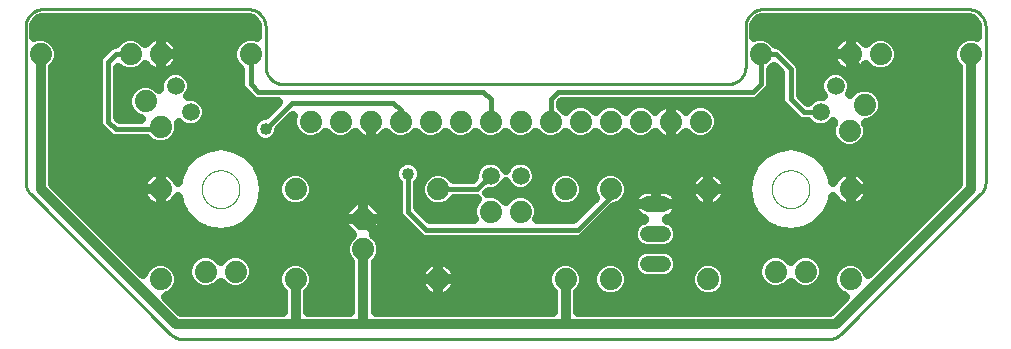
<source format=gbl>
G75*
%MOIN*%
%OFA0B0*%
%FSLAX25Y25*%
%IPPOS*%
%LPD*%
%AMOC8*
5,1,8,0,0,1.08239X$1,22.5*
%
%ADD10C,0.00000*%
%ADD11C,0.01000*%
%ADD12OC8,0.07400*%
%ADD13C,0.07400*%
%ADD14C,0.05200*%
%ADD15C,0.05937*%
%ADD16C,0.01600*%
%ADD17C,0.04000*%
%ADD18C,0.03200*%
D10*
X0063801Y0055100D02*
X0063803Y0055258D01*
X0063809Y0055416D01*
X0063819Y0055574D01*
X0063833Y0055732D01*
X0063851Y0055889D01*
X0063872Y0056046D01*
X0063898Y0056202D01*
X0063928Y0056358D01*
X0063961Y0056513D01*
X0063999Y0056666D01*
X0064040Y0056819D01*
X0064085Y0056971D01*
X0064134Y0057122D01*
X0064187Y0057271D01*
X0064243Y0057419D01*
X0064303Y0057565D01*
X0064367Y0057710D01*
X0064435Y0057853D01*
X0064506Y0057995D01*
X0064580Y0058135D01*
X0064658Y0058272D01*
X0064740Y0058408D01*
X0064824Y0058542D01*
X0064913Y0058673D01*
X0065004Y0058802D01*
X0065099Y0058929D01*
X0065196Y0059054D01*
X0065297Y0059176D01*
X0065401Y0059295D01*
X0065508Y0059412D01*
X0065618Y0059526D01*
X0065731Y0059637D01*
X0065846Y0059746D01*
X0065964Y0059851D01*
X0066085Y0059953D01*
X0066208Y0060053D01*
X0066334Y0060149D01*
X0066462Y0060242D01*
X0066592Y0060332D01*
X0066725Y0060418D01*
X0066860Y0060502D01*
X0066996Y0060581D01*
X0067135Y0060658D01*
X0067276Y0060730D01*
X0067418Y0060800D01*
X0067562Y0060865D01*
X0067708Y0060927D01*
X0067855Y0060985D01*
X0068004Y0061040D01*
X0068154Y0061091D01*
X0068305Y0061138D01*
X0068457Y0061181D01*
X0068610Y0061220D01*
X0068765Y0061256D01*
X0068920Y0061287D01*
X0069076Y0061315D01*
X0069232Y0061339D01*
X0069389Y0061359D01*
X0069547Y0061375D01*
X0069704Y0061387D01*
X0069863Y0061395D01*
X0070021Y0061399D01*
X0070179Y0061399D01*
X0070337Y0061395D01*
X0070496Y0061387D01*
X0070653Y0061375D01*
X0070811Y0061359D01*
X0070968Y0061339D01*
X0071124Y0061315D01*
X0071280Y0061287D01*
X0071435Y0061256D01*
X0071590Y0061220D01*
X0071743Y0061181D01*
X0071895Y0061138D01*
X0072046Y0061091D01*
X0072196Y0061040D01*
X0072345Y0060985D01*
X0072492Y0060927D01*
X0072638Y0060865D01*
X0072782Y0060800D01*
X0072924Y0060730D01*
X0073065Y0060658D01*
X0073204Y0060581D01*
X0073340Y0060502D01*
X0073475Y0060418D01*
X0073608Y0060332D01*
X0073738Y0060242D01*
X0073866Y0060149D01*
X0073992Y0060053D01*
X0074115Y0059953D01*
X0074236Y0059851D01*
X0074354Y0059746D01*
X0074469Y0059637D01*
X0074582Y0059526D01*
X0074692Y0059412D01*
X0074799Y0059295D01*
X0074903Y0059176D01*
X0075004Y0059054D01*
X0075101Y0058929D01*
X0075196Y0058802D01*
X0075287Y0058673D01*
X0075376Y0058542D01*
X0075460Y0058408D01*
X0075542Y0058272D01*
X0075620Y0058135D01*
X0075694Y0057995D01*
X0075765Y0057853D01*
X0075833Y0057710D01*
X0075897Y0057565D01*
X0075957Y0057419D01*
X0076013Y0057271D01*
X0076066Y0057122D01*
X0076115Y0056971D01*
X0076160Y0056819D01*
X0076201Y0056666D01*
X0076239Y0056513D01*
X0076272Y0056358D01*
X0076302Y0056202D01*
X0076328Y0056046D01*
X0076349Y0055889D01*
X0076367Y0055732D01*
X0076381Y0055574D01*
X0076391Y0055416D01*
X0076397Y0055258D01*
X0076399Y0055100D01*
X0076397Y0054942D01*
X0076391Y0054784D01*
X0076381Y0054626D01*
X0076367Y0054468D01*
X0076349Y0054311D01*
X0076328Y0054154D01*
X0076302Y0053998D01*
X0076272Y0053842D01*
X0076239Y0053687D01*
X0076201Y0053534D01*
X0076160Y0053381D01*
X0076115Y0053229D01*
X0076066Y0053078D01*
X0076013Y0052929D01*
X0075957Y0052781D01*
X0075897Y0052635D01*
X0075833Y0052490D01*
X0075765Y0052347D01*
X0075694Y0052205D01*
X0075620Y0052065D01*
X0075542Y0051928D01*
X0075460Y0051792D01*
X0075376Y0051658D01*
X0075287Y0051527D01*
X0075196Y0051398D01*
X0075101Y0051271D01*
X0075004Y0051146D01*
X0074903Y0051024D01*
X0074799Y0050905D01*
X0074692Y0050788D01*
X0074582Y0050674D01*
X0074469Y0050563D01*
X0074354Y0050454D01*
X0074236Y0050349D01*
X0074115Y0050247D01*
X0073992Y0050147D01*
X0073866Y0050051D01*
X0073738Y0049958D01*
X0073608Y0049868D01*
X0073475Y0049782D01*
X0073340Y0049698D01*
X0073204Y0049619D01*
X0073065Y0049542D01*
X0072924Y0049470D01*
X0072782Y0049400D01*
X0072638Y0049335D01*
X0072492Y0049273D01*
X0072345Y0049215D01*
X0072196Y0049160D01*
X0072046Y0049109D01*
X0071895Y0049062D01*
X0071743Y0049019D01*
X0071590Y0048980D01*
X0071435Y0048944D01*
X0071280Y0048913D01*
X0071124Y0048885D01*
X0070968Y0048861D01*
X0070811Y0048841D01*
X0070653Y0048825D01*
X0070496Y0048813D01*
X0070337Y0048805D01*
X0070179Y0048801D01*
X0070021Y0048801D01*
X0069863Y0048805D01*
X0069704Y0048813D01*
X0069547Y0048825D01*
X0069389Y0048841D01*
X0069232Y0048861D01*
X0069076Y0048885D01*
X0068920Y0048913D01*
X0068765Y0048944D01*
X0068610Y0048980D01*
X0068457Y0049019D01*
X0068305Y0049062D01*
X0068154Y0049109D01*
X0068004Y0049160D01*
X0067855Y0049215D01*
X0067708Y0049273D01*
X0067562Y0049335D01*
X0067418Y0049400D01*
X0067276Y0049470D01*
X0067135Y0049542D01*
X0066996Y0049619D01*
X0066860Y0049698D01*
X0066725Y0049782D01*
X0066592Y0049868D01*
X0066462Y0049958D01*
X0066334Y0050051D01*
X0066208Y0050147D01*
X0066085Y0050247D01*
X0065964Y0050349D01*
X0065846Y0050454D01*
X0065731Y0050563D01*
X0065618Y0050674D01*
X0065508Y0050788D01*
X0065401Y0050905D01*
X0065297Y0051024D01*
X0065196Y0051146D01*
X0065099Y0051271D01*
X0065004Y0051398D01*
X0064913Y0051527D01*
X0064824Y0051658D01*
X0064740Y0051792D01*
X0064658Y0051928D01*
X0064580Y0052065D01*
X0064506Y0052205D01*
X0064435Y0052347D01*
X0064367Y0052490D01*
X0064303Y0052635D01*
X0064243Y0052781D01*
X0064187Y0052929D01*
X0064134Y0053078D01*
X0064085Y0053229D01*
X0064040Y0053381D01*
X0063999Y0053534D01*
X0063961Y0053687D01*
X0063928Y0053842D01*
X0063898Y0053998D01*
X0063872Y0054154D01*
X0063851Y0054311D01*
X0063833Y0054468D01*
X0063819Y0054626D01*
X0063809Y0054784D01*
X0063803Y0054942D01*
X0063801Y0055100D01*
X0253801Y0055100D02*
X0253803Y0055258D01*
X0253809Y0055416D01*
X0253819Y0055574D01*
X0253833Y0055732D01*
X0253851Y0055889D01*
X0253872Y0056046D01*
X0253898Y0056202D01*
X0253928Y0056358D01*
X0253961Y0056513D01*
X0253999Y0056666D01*
X0254040Y0056819D01*
X0254085Y0056971D01*
X0254134Y0057122D01*
X0254187Y0057271D01*
X0254243Y0057419D01*
X0254303Y0057565D01*
X0254367Y0057710D01*
X0254435Y0057853D01*
X0254506Y0057995D01*
X0254580Y0058135D01*
X0254658Y0058272D01*
X0254740Y0058408D01*
X0254824Y0058542D01*
X0254913Y0058673D01*
X0255004Y0058802D01*
X0255099Y0058929D01*
X0255196Y0059054D01*
X0255297Y0059176D01*
X0255401Y0059295D01*
X0255508Y0059412D01*
X0255618Y0059526D01*
X0255731Y0059637D01*
X0255846Y0059746D01*
X0255964Y0059851D01*
X0256085Y0059953D01*
X0256208Y0060053D01*
X0256334Y0060149D01*
X0256462Y0060242D01*
X0256592Y0060332D01*
X0256725Y0060418D01*
X0256860Y0060502D01*
X0256996Y0060581D01*
X0257135Y0060658D01*
X0257276Y0060730D01*
X0257418Y0060800D01*
X0257562Y0060865D01*
X0257708Y0060927D01*
X0257855Y0060985D01*
X0258004Y0061040D01*
X0258154Y0061091D01*
X0258305Y0061138D01*
X0258457Y0061181D01*
X0258610Y0061220D01*
X0258765Y0061256D01*
X0258920Y0061287D01*
X0259076Y0061315D01*
X0259232Y0061339D01*
X0259389Y0061359D01*
X0259547Y0061375D01*
X0259704Y0061387D01*
X0259863Y0061395D01*
X0260021Y0061399D01*
X0260179Y0061399D01*
X0260337Y0061395D01*
X0260496Y0061387D01*
X0260653Y0061375D01*
X0260811Y0061359D01*
X0260968Y0061339D01*
X0261124Y0061315D01*
X0261280Y0061287D01*
X0261435Y0061256D01*
X0261590Y0061220D01*
X0261743Y0061181D01*
X0261895Y0061138D01*
X0262046Y0061091D01*
X0262196Y0061040D01*
X0262345Y0060985D01*
X0262492Y0060927D01*
X0262638Y0060865D01*
X0262782Y0060800D01*
X0262924Y0060730D01*
X0263065Y0060658D01*
X0263204Y0060581D01*
X0263340Y0060502D01*
X0263475Y0060418D01*
X0263608Y0060332D01*
X0263738Y0060242D01*
X0263866Y0060149D01*
X0263992Y0060053D01*
X0264115Y0059953D01*
X0264236Y0059851D01*
X0264354Y0059746D01*
X0264469Y0059637D01*
X0264582Y0059526D01*
X0264692Y0059412D01*
X0264799Y0059295D01*
X0264903Y0059176D01*
X0265004Y0059054D01*
X0265101Y0058929D01*
X0265196Y0058802D01*
X0265287Y0058673D01*
X0265376Y0058542D01*
X0265460Y0058408D01*
X0265542Y0058272D01*
X0265620Y0058135D01*
X0265694Y0057995D01*
X0265765Y0057853D01*
X0265833Y0057710D01*
X0265897Y0057565D01*
X0265957Y0057419D01*
X0266013Y0057271D01*
X0266066Y0057122D01*
X0266115Y0056971D01*
X0266160Y0056819D01*
X0266201Y0056666D01*
X0266239Y0056513D01*
X0266272Y0056358D01*
X0266302Y0056202D01*
X0266328Y0056046D01*
X0266349Y0055889D01*
X0266367Y0055732D01*
X0266381Y0055574D01*
X0266391Y0055416D01*
X0266397Y0055258D01*
X0266399Y0055100D01*
X0266397Y0054942D01*
X0266391Y0054784D01*
X0266381Y0054626D01*
X0266367Y0054468D01*
X0266349Y0054311D01*
X0266328Y0054154D01*
X0266302Y0053998D01*
X0266272Y0053842D01*
X0266239Y0053687D01*
X0266201Y0053534D01*
X0266160Y0053381D01*
X0266115Y0053229D01*
X0266066Y0053078D01*
X0266013Y0052929D01*
X0265957Y0052781D01*
X0265897Y0052635D01*
X0265833Y0052490D01*
X0265765Y0052347D01*
X0265694Y0052205D01*
X0265620Y0052065D01*
X0265542Y0051928D01*
X0265460Y0051792D01*
X0265376Y0051658D01*
X0265287Y0051527D01*
X0265196Y0051398D01*
X0265101Y0051271D01*
X0265004Y0051146D01*
X0264903Y0051024D01*
X0264799Y0050905D01*
X0264692Y0050788D01*
X0264582Y0050674D01*
X0264469Y0050563D01*
X0264354Y0050454D01*
X0264236Y0050349D01*
X0264115Y0050247D01*
X0263992Y0050147D01*
X0263866Y0050051D01*
X0263738Y0049958D01*
X0263608Y0049868D01*
X0263475Y0049782D01*
X0263340Y0049698D01*
X0263204Y0049619D01*
X0263065Y0049542D01*
X0262924Y0049470D01*
X0262782Y0049400D01*
X0262638Y0049335D01*
X0262492Y0049273D01*
X0262345Y0049215D01*
X0262196Y0049160D01*
X0262046Y0049109D01*
X0261895Y0049062D01*
X0261743Y0049019D01*
X0261590Y0048980D01*
X0261435Y0048944D01*
X0261280Y0048913D01*
X0261124Y0048885D01*
X0260968Y0048861D01*
X0260811Y0048841D01*
X0260653Y0048825D01*
X0260496Y0048813D01*
X0260337Y0048805D01*
X0260179Y0048801D01*
X0260021Y0048801D01*
X0259863Y0048805D01*
X0259704Y0048813D01*
X0259547Y0048825D01*
X0259389Y0048841D01*
X0259232Y0048861D01*
X0259076Y0048885D01*
X0258920Y0048913D01*
X0258765Y0048944D01*
X0258610Y0048980D01*
X0258457Y0049019D01*
X0258305Y0049062D01*
X0258154Y0049109D01*
X0258004Y0049160D01*
X0257855Y0049215D01*
X0257708Y0049273D01*
X0257562Y0049335D01*
X0257418Y0049400D01*
X0257276Y0049470D01*
X0257135Y0049542D01*
X0256996Y0049619D01*
X0256860Y0049698D01*
X0256725Y0049782D01*
X0256592Y0049868D01*
X0256462Y0049958D01*
X0256334Y0050051D01*
X0256208Y0050147D01*
X0256085Y0050247D01*
X0255964Y0050349D01*
X0255846Y0050454D01*
X0255731Y0050563D01*
X0255618Y0050674D01*
X0255508Y0050788D01*
X0255401Y0050905D01*
X0255297Y0051024D01*
X0255196Y0051146D01*
X0255099Y0051271D01*
X0255004Y0051398D01*
X0254913Y0051527D01*
X0254824Y0051658D01*
X0254740Y0051792D01*
X0254658Y0051928D01*
X0254580Y0052065D01*
X0254506Y0052205D01*
X0254435Y0052347D01*
X0254367Y0052490D01*
X0254303Y0052635D01*
X0254243Y0052781D01*
X0254187Y0052929D01*
X0254134Y0053078D01*
X0254085Y0053229D01*
X0254040Y0053381D01*
X0253999Y0053534D01*
X0253961Y0053687D01*
X0253928Y0053842D01*
X0253898Y0053998D01*
X0253872Y0054154D01*
X0253851Y0054311D01*
X0253833Y0054468D01*
X0253819Y0054626D01*
X0253809Y0054784D01*
X0253803Y0054942D01*
X0253801Y0055100D01*
D11*
X0053370Y0006830D02*
X0006830Y0053370D01*
X0005100Y0057546D02*
X0005100Y0109194D01*
X0005102Y0109346D01*
X0005108Y0109498D01*
X0005118Y0109650D01*
X0005131Y0109801D01*
X0005149Y0109952D01*
X0005170Y0110103D01*
X0005196Y0110253D01*
X0005225Y0110402D01*
X0005258Y0110551D01*
X0005295Y0110698D01*
X0005335Y0110845D01*
X0005380Y0110990D01*
X0005428Y0111134D01*
X0005480Y0111277D01*
X0005535Y0111419D01*
X0005594Y0111559D01*
X0005657Y0111698D01*
X0005723Y0111835D01*
X0005793Y0111970D01*
X0005866Y0112103D01*
X0005943Y0112234D01*
X0006023Y0112364D01*
X0006106Y0112491D01*
X0006192Y0112616D01*
X0006282Y0112739D01*
X0006375Y0112859D01*
X0006471Y0112977D01*
X0006570Y0113093D01*
X0006672Y0113206D01*
X0006776Y0113316D01*
X0006884Y0113424D01*
X0006994Y0113528D01*
X0007107Y0113630D01*
X0007223Y0113729D01*
X0007341Y0113825D01*
X0007461Y0113918D01*
X0007584Y0114008D01*
X0007709Y0114094D01*
X0007836Y0114177D01*
X0007966Y0114257D01*
X0008097Y0114334D01*
X0008230Y0114407D01*
X0008365Y0114477D01*
X0008502Y0114543D01*
X0008641Y0114606D01*
X0008781Y0114665D01*
X0008923Y0114720D01*
X0009066Y0114772D01*
X0009210Y0114820D01*
X0009355Y0114865D01*
X0009502Y0114905D01*
X0009649Y0114942D01*
X0009798Y0114975D01*
X0009947Y0115004D01*
X0010097Y0115030D01*
X0010248Y0115051D01*
X0010399Y0115069D01*
X0010550Y0115082D01*
X0010702Y0115092D01*
X0010854Y0115098D01*
X0011006Y0115100D01*
X0079194Y0115100D01*
X0079346Y0115098D01*
X0079498Y0115092D01*
X0079650Y0115082D01*
X0079801Y0115069D01*
X0079952Y0115051D01*
X0080103Y0115030D01*
X0080253Y0115004D01*
X0080402Y0114975D01*
X0080551Y0114942D01*
X0080698Y0114905D01*
X0080845Y0114865D01*
X0080990Y0114820D01*
X0081134Y0114772D01*
X0081277Y0114720D01*
X0081419Y0114665D01*
X0081559Y0114606D01*
X0081698Y0114543D01*
X0081835Y0114477D01*
X0081970Y0114407D01*
X0082103Y0114334D01*
X0082234Y0114257D01*
X0082364Y0114177D01*
X0082491Y0114094D01*
X0082616Y0114008D01*
X0082739Y0113918D01*
X0082859Y0113825D01*
X0082977Y0113729D01*
X0083093Y0113630D01*
X0083206Y0113528D01*
X0083316Y0113424D01*
X0083424Y0113316D01*
X0083528Y0113206D01*
X0083630Y0113093D01*
X0083729Y0112977D01*
X0083825Y0112859D01*
X0083918Y0112739D01*
X0084008Y0112616D01*
X0084094Y0112491D01*
X0084177Y0112364D01*
X0084257Y0112234D01*
X0084334Y0112103D01*
X0084407Y0111970D01*
X0084477Y0111835D01*
X0084543Y0111698D01*
X0084606Y0111559D01*
X0084665Y0111419D01*
X0084720Y0111277D01*
X0084772Y0111134D01*
X0084820Y0110990D01*
X0084865Y0110845D01*
X0084905Y0110698D01*
X0084942Y0110551D01*
X0084975Y0110402D01*
X0085004Y0110253D01*
X0085030Y0110103D01*
X0085051Y0109952D01*
X0085069Y0109801D01*
X0085082Y0109650D01*
X0085092Y0109498D01*
X0085098Y0109346D01*
X0085100Y0109194D01*
X0085100Y0096006D01*
X0085102Y0095854D01*
X0085108Y0095702D01*
X0085118Y0095550D01*
X0085131Y0095399D01*
X0085149Y0095248D01*
X0085170Y0095097D01*
X0085196Y0094947D01*
X0085225Y0094798D01*
X0085258Y0094649D01*
X0085295Y0094502D01*
X0085335Y0094355D01*
X0085380Y0094210D01*
X0085428Y0094066D01*
X0085480Y0093923D01*
X0085535Y0093781D01*
X0085594Y0093641D01*
X0085657Y0093502D01*
X0085723Y0093365D01*
X0085793Y0093230D01*
X0085866Y0093097D01*
X0085943Y0092966D01*
X0086023Y0092836D01*
X0086106Y0092709D01*
X0086192Y0092584D01*
X0086282Y0092461D01*
X0086375Y0092341D01*
X0086471Y0092223D01*
X0086570Y0092107D01*
X0086672Y0091994D01*
X0086776Y0091884D01*
X0086884Y0091776D01*
X0086994Y0091672D01*
X0087107Y0091570D01*
X0087223Y0091471D01*
X0087341Y0091375D01*
X0087461Y0091282D01*
X0087584Y0091192D01*
X0087709Y0091106D01*
X0087836Y0091023D01*
X0087966Y0090943D01*
X0088097Y0090866D01*
X0088230Y0090793D01*
X0088365Y0090723D01*
X0088502Y0090657D01*
X0088641Y0090594D01*
X0088781Y0090535D01*
X0088923Y0090480D01*
X0089066Y0090428D01*
X0089210Y0090380D01*
X0089355Y0090335D01*
X0089502Y0090295D01*
X0089649Y0090258D01*
X0089798Y0090225D01*
X0089947Y0090196D01*
X0090097Y0090170D01*
X0090248Y0090149D01*
X0090399Y0090131D01*
X0090550Y0090118D01*
X0090702Y0090108D01*
X0090854Y0090102D01*
X0091006Y0090100D01*
X0239194Y0090100D01*
X0239346Y0090102D01*
X0239498Y0090108D01*
X0239650Y0090118D01*
X0239801Y0090131D01*
X0239952Y0090149D01*
X0240103Y0090170D01*
X0240253Y0090196D01*
X0240402Y0090225D01*
X0240551Y0090258D01*
X0240698Y0090295D01*
X0240845Y0090335D01*
X0240990Y0090380D01*
X0241134Y0090428D01*
X0241277Y0090480D01*
X0241419Y0090535D01*
X0241559Y0090594D01*
X0241698Y0090657D01*
X0241835Y0090723D01*
X0241970Y0090793D01*
X0242103Y0090866D01*
X0242234Y0090943D01*
X0242364Y0091023D01*
X0242491Y0091106D01*
X0242616Y0091192D01*
X0242739Y0091282D01*
X0242859Y0091375D01*
X0242977Y0091471D01*
X0243093Y0091570D01*
X0243206Y0091672D01*
X0243316Y0091776D01*
X0243424Y0091884D01*
X0243528Y0091994D01*
X0243630Y0092107D01*
X0243729Y0092223D01*
X0243825Y0092341D01*
X0243918Y0092461D01*
X0244008Y0092584D01*
X0244094Y0092709D01*
X0244177Y0092836D01*
X0244257Y0092966D01*
X0244334Y0093097D01*
X0244407Y0093230D01*
X0244477Y0093365D01*
X0244543Y0093502D01*
X0244606Y0093641D01*
X0244665Y0093781D01*
X0244720Y0093923D01*
X0244772Y0094066D01*
X0244820Y0094210D01*
X0244865Y0094355D01*
X0244905Y0094502D01*
X0244942Y0094649D01*
X0244975Y0094798D01*
X0245004Y0094947D01*
X0245030Y0095097D01*
X0245051Y0095248D01*
X0245069Y0095399D01*
X0245082Y0095550D01*
X0245092Y0095702D01*
X0245098Y0095854D01*
X0245100Y0096006D01*
X0245100Y0109194D01*
X0245102Y0109346D01*
X0245108Y0109498D01*
X0245118Y0109650D01*
X0245131Y0109801D01*
X0245149Y0109952D01*
X0245170Y0110103D01*
X0245196Y0110253D01*
X0245225Y0110402D01*
X0245258Y0110551D01*
X0245295Y0110698D01*
X0245335Y0110845D01*
X0245380Y0110990D01*
X0245428Y0111134D01*
X0245480Y0111277D01*
X0245535Y0111419D01*
X0245594Y0111559D01*
X0245657Y0111698D01*
X0245723Y0111835D01*
X0245793Y0111970D01*
X0245866Y0112103D01*
X0245943Y0112234D01*
X0246023Y0112364D01*
X0246106Y0112491D01*
X0246192Y0112616D01*
X0246282Y0112739D01*
X0246375Y0112859D01*
X0246471Y0112977D01*
X0246570Y0113093D01*
X0246672Y0113206D01*
X0246776Y0113316D01*
X0246884Y0113424D01*
X0246994Y0113528D01*
X0247107Y0113630D01*
X0247223Y0113729D01*
X0247341Y0113825D01*
X0247461Y0113918D01*
X0247584Y0114008D01*
X0247709Y0114094D01*
X0247836Y0114177D01*
X0247966Y0114257D01*
X0248097Y0114334D01*
X0248230Y0114407D01*
X0248365Y0114477D01*
X0248502Y0114543D01*
X0248641Y0114606D01*
X0248781Y0114665D01*
X0248923Y0114720D01*
X0249066Y0114772D01*
X0249210Y0114820D01*
X0249355Y0114865D01*
X0249502Y0114905D01*
X0249649Y0114942D01*
X0249798Y0114975D01*
X0249947Y0115004D01*
X0250097Y0115030D01*
X0250248Y0115051D01*
X0250399Y0115069D01*
X0250550Y0115082D01*
X0250702Y0115092D01*
X0250854Y0115098D01*
X0251006Y0115100D01*
X0319194Y0115100D01*
X0319346Y0115098D01*
X0319498Y0115092D01*
X0319650Y0115082D01*
X0319801Y0115069D01*
X0319952Y0115051D01*
X0320103Y0115030D01*
X0320253Y0115004D01*
X0320402Y0114975D01*
X0320551Y0114942D01*
X0320698Y0114905D01*
X0320845Y0114865D01*
X0320990Y0114820D01*
X0321134Y0114772D01*
X0321277Y0114720D01*
X0321419Y0114665D01*
X0321559Y0114606D01*
X0321698Y0114543D01*
X0321835Y0114477D01*
X0321970Y0114407D01*
X0322103Y0114334D01*
X0322234Y0114257D01*
X0322364Y0114177D01*
X0322491Y0114094D01*
X0322616Y0114008D01*
X0322739Y0113918D01*
X0322859Y0113825D01*
X0322977Y0113729D01*
X0323093Y0113630D01*
X0323206Y0113528D01*
X0323316Y0113424D01*
X0323424Y0113316D01*
X0323528Y0113206D01*
X0323630Y0113093D01*
X0323729Y0112977D01*
X0323825Y0112859D01*
X0323918Y0112739D01*
X0324008Y0112616D01*
X0324094Y0112491D01*
X0324177Y0112364D01*
X0324257Y0112234D01*
X0324334Y0112103D01*
X0324407Y0111970D01*
X0324477Y0111835D01*
X0324543Y0111698D01*
X0324606Y0111559D01*
X0324665Y0111419D01*
X0324720Y0111277D01*
X0324772Y0111134D01*
X0324820Y0110990D01*
X0324865Y0110845D01*
X0324905Y0110698D01*
X0324942Y0110551D01*
X0324975Y0110402D01*
X0325004Y0110253D01*
X0325030Y0110103D01*
X0325051Y0109952D01*
X0325069Y0109801D01*
X0325082Y0109650D01*
X0325092Y0109498D01*
X0325098Y0109346D01*
X0325100Y0109194D01*
X0325100Y0057546D01*
X0325098Y0057396D01*
X0325092Y0057247D01*
X0325083Y0057098D01*
X0325070Y0056949D01*
X0325053Y0056800D01*
X0325032Y0056652D01*
X0325007Y0056504D01*
X0324979Y0056357D01*
X0324947Y0056211D01*
X0324911Y0056066D01*
X0324872Y0055921D01*
X0324829Y0055778D01*
X0324783Y0055636D01*
X0324732Y0055495D01*
X0324679Y0055355D01*
X0324621Y0055217D01*
X0324561Y0055080D01*
X0324496Y0054945D01*
X0324429Y0054812D01*
X0324358Y0054680D01*
X0324284Y0054550D01*
X0324206Y0054422D01*
X0324125Y0054296D01*
X0324041Y0054172D01*
X0323954Y0054050D01*
X0323864Y0053931D01*
X0323771Y0053814D01*
X0323675Y0053699D01*
X0323576Y0053587D01*
X0323475Y0053477D01*
X0323370Y0053370D01*
X0276830Y0006830D01*
X0272654Y0005100D02*
X0057546Y0005100D01*
X0057396Y0005102D01*
X0057247Y0005108D01*
X0057098Y0005117D01*
X0056949Y0005130D01*
X0056800Y0005147D01*
X0056652Y0005168D01*
X0056504Y0005193D01*
X0056357Y0005221D01*
X0056211Y0005253D01*
X0056066Y0005289D01*
X0055921Y0005328D01*
X0055778Y0005371D01*
X0055636Y0005417D01*
X0055495Y0005468D01*
X0055355Y0005521D01*
X0055217Y0005579D01*
X0055080Y0005639D01*
X0054945Y0005704D01*
X0054812Y0005771D01*
X0054680Y0005842D01*
X0054550Y0005916D01*
X0054422Y0005994D01*
X0054296Y0006075D01*
X0054172Y0006159D01*
X0054050Y0006246D01*
X0053931Y0006336D01*
X0053814Y0006429D01*
X0053699Y0006525D01*
X0053587Y0006624D01*
X0053477Y0006725D01*
X0053370Y0006830D01*
X0006829Y0053370D02*
X0006724Y0053477D01*
X0006623Y0053587D01*
X0006524Y0053699D01*
X0006428Y0053814D01*
X0006335Y0053931D01*
X0006245Y0054050D01*
X0006158Y0054172D01*
X0006074Y0054296D01*
X0005993Y0054422D01*
X0005915Y0054550D01*
X0005841Y0054680D01*
X0005770Y0054812D01*
X0005703Y0054945D01*
X0005638Y0055080D01*
X0005578Y0055217D01*
X0005520Y0055355D01*
X0005467Y0055495D01*
X0005416Y0055636D01*
X0005370Y0055778D01*
X0005327Y0055921D01*
X0005288Y0056066D01*
X0005252Y0056211D01*
X0005220Y0056357D01*
X0005192Y0056504D01*
X0005167Y0056652D01*
X0005146Y0056800D01*
X0005129Y0056949D01*
X0005116Y0057098D01*
X0005107Y0057247D01*
X0005101Y0057396D01*
X0005099Y0057546D01*
X0272654Y0005099D02*
X0272804Y0005101D01*
X0272953Y0005107D01*
X0273102Y0005116D01*
X0273251Y0005129D01*
X0273400Y0005146D01*
X0273548Y0005167D01*
X0273696Y0005192D01*
X0273843Y0005220D01*
X0273989Y0005252D01*
X0274134Y0005288D01*
X0274279Y0005327D01*
X0274422Y0005370D01*
X0274564Y0005416D01*
X0274705Y0005467D01*
X0274845Y0005520D01*
X0274983Y0005578D01*
X0275120Y0005638D01*
X0275255Y0005703D01*
X0275388Y0005770D01*
X0275520Y0005841D01*
X0275650Y0005915D01*
X0275778Y0005993D01*
X0275904Y0006074D01*
X0276028Y0006158D01*
X0276150Y0006245D01*
X0276269Y0006335D01*
X0276386Y0006428D01*
X0276501Y0006524D01*
X0276613Y0006623D01*
X0276723Y0006724D01*
X0276830Y0006829D01*
D12*
X0117600Y0045100D03*
D13*
X0117600Y0035100D03*
X0095100Y0025100D03*
X0075100Y0027600D03*
X0065100Y0027600D03*
X0050100Y0025100D03*
X0050100Y0055100D03*
X0095100Y0055100D03*
X0142600Y0055100D03*
X0160100Y0047600D03*
X0170100Y0047600D03*
X0185100Y0055100D03*
X0200100Y0055100D03*
X0232600Y0055100D03*
X0280100Y0055100D03*
X0279765Y0074520D03*
X0284765Y0083180D03*
X0280100Y0100100D03*
X0290100Y0100100D03*
X0320100Y0100100D03*
X0250100Y0100100D03*
X0230100Y0077600D03*
X0220100Y0077600D03*
X0210100Y0077600D03*
X0200100Y0077600D03*
X0190100Y0077600D03*
X0180100Y0077600D03*
X0170100Y0077600D03*
X0160100Y0077600D03*
X0150100Y0077600D03*
X0140100Y0077600D03*
X0130100Y0077600D03*
X0120100Y0077600D03*
X0110100Y0077600D03*
X0100100Y0077600D03*
X0050100Y0075770D03*
X0045100Y0084430D03*
X0040100Y0100100D03*
X0050100Y0100100D03*
X0080100Y0100100D03*
X0010100Y0100100D03*
X0142600Y0025100D03*
X0185100Y0025100D03*
X0200100Y0025100D03*
X0232600Y0025100D03*
X0255100Y0027600D03*
X0265100Y0027600D03*
X0280100Y0025100D03*
D14*
X0217700Y0030100D02*
X0212500Y0030100D01*
X0212500Y0040100D02*
X0217700Y0040100D01*
X0217700Y0050100D02*
X0212500Y0050100D01*
D15*
X0170100Y0059569D03*
X0160100Y0059569D03*
X0060100Y0080770D03*
X0055100Y0089430D03*
X0270100Y0080770D03*
X0275100Y0089430D03*
D16*
X0264430Y0080770D02*
X0260100Y0085100D01*
X0260100Y0095100D01*
X0255100Y0100100D01*
X0250100Y0100100D01*
X0250100Y0090100D01*
X0247600Y0087600D01*
X0182600Y0087600D01*
X0180100Y0085100D01*
X0180100Y0077600D01*
X0160100Y0077600D02*
X0160100Y0085100D01*
X0157600Y0087600D01*
X0082600Y0087600D01*
X0080100Y0090100D01*
X0080100Y0100100D01*
X0040100Y0100100D02*
X0035100Y0100100D01*
X0032600Y0097600D01*
X0032600Y0077600D01*
X0035100Y0075100D01*
X0049430Y0075100D01*
X0050100Y0075770D01*
X0085100Y0075100D02*
X0093850Y0083850D01*
X0127600Y0083850D01*
X0130100Y0081350D01*
X0130100Y0077600D01*
X0132600Y0060100D02*
X0132600Y0047600D01*
X0138584Y0041616D01*
X0189116Y0041616D01*
X0200100Y0052600D01*
X0200100Y0055100D01*
X0160100Y0059569D02*
X0155631Y0055100D01*
X0142600Y0055100D01*
X0264430Y0080770D02*
X0270100Y0080770D01*
D17*
X0132600Y0060100D03*
X0085100Y0075100D03*
D18*
X0080670Y0073775D02*
X0055876Y0073775D01*
X0056200Y0074556D02*
X0055271Y0072314D01*
X0053555Y0070599D01*
X0051313Y0069670D01*
X0048887Y0069670D01*
X0046645Y0070599D01*
X0045543Y0071700D01*
X0034424Y0071700D01*
X0033174Y0072218D01*
X0032218Y0073174D01*
X0029718Y0075674D01*
X0029200Y0076924D01*
X0029200Y0098276D01*
X0029718Y0099526D01*
X0030674Y0100482D01*
X0033174Y0102982D01*
X0034424Y0103500D01*
X0034906Y0103500D01*
X0034929Y0103555D01*
X0036645Y0105271D01*
X0038887Y0106200D01*
X0041313Y0106200D01*
X0043555Y0105271D01*
X0045012Y0103815D01*
X0045295Y0104204D01*
X0045996Y0104905D01*
X0046798Y0105488D01*
X0047682Y0105938D01*
X0048625Y0106245D01*
X0049604Y0106400D01*
X0050100Y0106400D01*
X0050596Y0106400D01*
X0051575Y0106245D01*
X0052518Y0105938D01*
X0053402Y0105488D01*
X0054204Y0104905D01*
X0054905Y0104204D01*
X0055488Y0103402D01*
X0055938Y0102518D01*
X0056245Y0101575D01*
X0056400Y0100596D01*
X0056400Y0100100D01*
X0050100Y0100100D01*
X0065100Y0100100D01*
X0070100Y0095100D01*
X0070100Y0070100D01*
X0057600Y0070100D01*
X0050100Y0062600D01*
X0050100Y0055100D01*
X0050100Y0055100D01*
X0050100Y0061400D01*
X0050596Y0061400D01*
X0051575Y0061245D01*
X0052518Y0060938D01*
X0053402Y0060488D01*
X0054204Y0059905D01*
X0054905Y0059204D01*
X0055488Y0058402D01*
X0055896Y0057601D01*
X0056215Y0059612D01*
X0056215Y0059612D01*
X0058288Y0063682D01*
X0058288Y0063682D01*
X0061518Y0066912D01*
X0061518Y0066912D01*
X0065588Y0068985D01*
X0065588Y0068985D01*
X0070100Y0069700D01*
X0070100Y0069700D01*
X0074612Y0068985D01*
X0074612Y0068985D01*
X0078682Y0066912D01*
X0078682Y0066912D01*
X0081912Y0063682D01*
X0081912Y0063682D01*
X0083985Y0059612D01*
X0083985Y0059612D01*
X0084700Y0055100D01*
X0084700Y0055100D01*
X0083985Y0050588D01*
X0081912Y0046518D01*
X0078682Y0043288D01*
X0078682Y0043288D01*
X0078682Y0043288D01*
X0074612Y0041215D01*
X0074612Y0041215D01*
X0070100Y0040500D01*
X0070100Y0040500D01*
X0065588Y0041215D01*
X0065588Y0041215D01*
X0061518Y0043288D01*
X0061518Y0043288D01*
X0058288Y0046518D01*
X0058288Y0046518D01*
X0056215Y0050588D01*
X0056215Y0050588D01*
X0055896Y0052599D01*
X0055488Y0051798D01*
X0054905Y0050996D01*
X0054204Y0050295D01*
X0053402Y0049712D01*
X0052518Y0049262D01*
X0051575Y0048955D01*
X0050596Y0048800D01*
X0050100Y0048800D01*
X0050100Y0055100D01*
X0050100Y0055100D01*
X0043800Y0055100D01*
X0043800Y0055596D01*
X0043955Y0056575D01*
X0044262Y0057518D01*
X0044712Y0058402D01*
X0045295Y0059204D01*
X0045996Y0059905D01*
X0046798Y0060488D01*
X0047682Y0060938D01*
X0048625Y0061245D01*
X0049604Y0061400D01*
X0050100Y0061400D01*
X0050100Y0055100D01*
X0050100Y0055100D01*
X0043800Y0055100D01*
X0043800Y0054604D01*
X0043955Y0053625D01*
X0044262Y0052682D01*
X0044712Y0051798D01*
X0045295Y0050996D01*
X0045996Y0050295D01*
X0046798Y0049712D01*
X0047682Y0049262D01*
X0048625Y0048955D01*
X0049604Y0048800D01*
X0050100Y0048800D01*
X0050100Y0055100D01*
X0050100Y0054584D02*
X0050100Y0054584D01*
X0043803Y0054584D02*
X0016556Y0054584D01*
X0014300Y0056840D02*
X0014300Y0095673D01*
X0015271Y0096645D01*
X0016200Y0098887D01*
X0016200Y0101313D01*
X0015271Y0103555D01*
X0013555Y0105271D01*
X0011313Y0106200D01*
X0008887Y0106200D01*
X0008000Y0105833D01*
X0008000Y0109194D01*
X0008058Y0109781D01*
X0008507Y0110864D01*
X0009336Y0111693D01*
X0010419Y0112142D01*
X0011005Y0112200D01*
X0079194Y0112200D01*
X0079781Y0112142D01*
X0080864Y0111693D01*
X0081693Y0110864D01*
X0082142Y0109781D01*
X0082200Y0109194D01*
X0082200Y0105833D01*
X0081313Y0106200D01*
X0078887Y0106200D01*
X0076645Y0105271D01*
X0074929Y0103555D01*
X0074000Y0101313D01*
X0074000Y0098887D01*
X0074929Y0096645D01*
X0076645Y0094929D01*
X0076700Y0094906D01*
X0076700Y0089424D01*
X0077218Y0088174D01*
X0079718Y0085674D01*
X0080674Y0084718D01*
X0081924Y0084200D01*
X0089392Y0084200D01*
X0084892Y0079700D01*
X0084185Y0079700D01*
X0082494Y0079000D01*
X0081200Y0077706D01*
X0080500Y0076015D01*
X0080500Y0074185D01*
X0081200Y0072494D01*
X0082494Y0071200D01*
X0084185Y0070500D01*
X0086015Y0070500D01*
X0087706Y0071200D01*
X0089000Y0072494D01*
X0089700Y0074185D01*
X0089700Y0074892D01*
X0094268Y0079459D01*
X0094000Y0078813D01*
X0094000Y0076387D01*
X0094929Y0074145D01*
X0096645Y0072429D01*
X0098887Y0071500D01*
X0101313Y0071500D01*
X0103555Y0072429D01*
X0105100Y0073973D01*
X0106645Y0072429D01*
X0108887Y0071500D01*
X0111313Y0071500D01*
X0113555Y0072429D01*
X0115012Y0073885D01*
X0115295Y0073496D01*
X0115996Y0072795D01*
X0116798Y0072212D01*
X0117682Y0071762D01*
X0118625Y0071455D01*
X0119604Y0071300D01*
X0120100Y0071300D01*
X0120596Y0071300D01*
X0121575Y0071455D01*
X0122518Y0071762D01*
X0123402Y0072212D01*
X0124204Y0072795D01*
X0124905Y0073496D01*
X0125188Y0073885D01*
X0126645Y0072429D01*
X0128887Y0071500D01*
X0131313Y0071500D01*
X0133555Y0072429D01*
X0135100Y0073973D01*
X0136645Y0072429D01*
X0138887Y0071500D01*
X0141313Y0071500D01*
X0143555Y0072429D01*
X0145100Y0073973D01*
X0146645Y0072429D01*
X0148887Y0071500D01*
X0151313Y0071500D01*
X0153555Y0072429D01*
X0155100Y0073973D01*
X0156645Y0072429D01*
X0158887Y0071500D01*
X0161313Y0071500D01*
X0163555Y0072429D01*
X0165100Y0073973D01*
X0166645Y0072429D01*
X0168887Y0071500D01*
X0171313Y0071500D01*
X0173555Y0072429D01*
X0175100Y0073973D01*
X0176645Y0072429D01*
X0178887Y0071500D01*
X0181313Y0071500D01*
X0183555Y0072429D01*
X0185100Y0073973D01*
X0186645Y0072429D01*
X0188887Y0071500D01*
X0191313Y0071500D01*
X0193555Y0072429D01*
X0195100Y0073973D01*
X0196645Y0072429D01*
X0198887Y0071500D01*
X0201313Y0071500D01*
X0203555Y0072429D01*
X0205100Y0073973D01*
X0206645Y0072429D01*
X0208887Y0071500D01*
X0211313Y0071500D01*
X0213555Y0072429D01*
X0215012Y0073885D01*
X0215295Y0073496D01*
X0215996Y0072795D01*
X0216798Y0072212D01*
X0217682Y0071762D01*
X0218625Y0071455D01*
X0219604Y0071300D01*
X0220100Y0071300D01*
X0220596Y0071300D01*
X0221575Y0071455D01*
X0222518Y0071762D01*
X0223402Y0072212D01*
X0224204Y0072795D01*
X0224905Y0073496D01*
X0225188Y0073885D01*
X0226645Y0072429D01*
X0228887Y0071500D01*
X0231313Y0071500D01*
X0233555Y0072429D01*
X0235271Y0074145D01*
X0236200Y0076387D01*
X0236200Y0078813D01*
X0235271Y0081055D01*
X0233555Y0082771D01*
X0231313Y0083700D01*
X0228887Y0083700D01*
X0226645Y0082771D01*
X0225188Y0081315D01*
X0224905Y0081704D01*
X0224204Y0082405D01*
X0223402Y0082988D01*
X0222518Y0083438D01*
X0221575Y0083745D01*
X0220596Y0083900D01*
X0220100Y0083900D01*
X0220100Y0077600D01*
X0220100Y0070100D01*
X0215100Y0070100D01*
X0215100Y0050100D01*
X0215100Y0050100D01*
X0215100Y0055300D01*
X0218109Y0055300D01*
X0218918Y0055172D01*
X0219696Y0054919D01*
X0220425Y0054547D01*
X0221088Y0054066D01*
X0221666Y0053488D01*
X0222147Y0052825D01*
X0222519Y0052096D01*
X0222772Y0051318D01*
X0222900Y0050509D01*
X0222900Y0050100D01*
X0215100Y0050100D01*
X0215100Y0050100D01*
X0215100Y0050100D01*
X0207300Y0050100D01*
X0207300Y0050509D01*
X0207428Y0051318D01*
X0207681Y0052096D01*
X0208053Y0052825D01*
X0208534Y0053488D01*
X0209112Y0054066D01*
X0209775Y0054547D01*
X0210504Y0054919D01*
X0211282Y0055172D01*
X0212091Y0055300D01*
X0215100Y0055300D01*
X0215100Y0050100D01*
X0222900Y0050100D01*
X0222900Y0049691D01*
X0222772Y0048882D01*
X0222519Y0048104D01*
X0222147Y0047375D01*
X0221666Y0046712D01*
X0221088Y0046134D01*
X0220425Y0045653D01*
X0219696Y0045281D01*
X0218918Y0045028D01*
X0218882Y0045022D01*
X0220532Y0044339D01*
X0221939Y0042932D01*
X0222700Y0041095D01*
X0222700Y0039105D01*
X0221939Y0037268D01*
X0220532Y0035861D01*
X0218695Y0035100D01*
X0211505Y0035100D01*
X0209668Y0035861D01*
X0208261Y0037268D01*
X0207500Y0039105D01*
X0207500Y0041095D01*
X0208261Y0042932D01*
X0209668Y0044339D01*
X0211318Y0045022D01*
X0211282Y0045028D01*
X0210504Y0045281D01*
X0209775Y0045653D01*
X0209112Y0046134D01*
X0208534Y0046712D01*
X0208053Y0047375D01*
X0207681Y0048104D01*
X0207428Y0048882D01*
X0207300Y0049691D01*
X0207300Y0050100D01*
X0215100Y0050100D01*
X0215100Y0051385D02*
X0215100Y0051385D01*
X0222750Y0051385D02*
X0227512Y0051385D01*
X0227795Y0050996D02*
X0228496Y0050295D01*
X0229298Y0049712D01*
X0230182Y0049262D01*
X0231125Y0048955D01*
X0232104Y0048800D01*
X0232600Y0048800D01*
X0233096Y0048800D01*
X0234075Y0048955D01*
X0235018Y0049262D01*
X0235902Y0049712D01*
X0236704Y0050295D01*
X0237405Y0050996D01*
X0237988Y0051798D01*
X0238438Y0052682D01*
X0238745Y0053625D01*
X0238900Y0054604D01*
X0238900Y0055100D01*
X0238900Y0055596D01*
X0238745Y0056575D01*
X0238438Y0057518D01*
X0237988Y0058402D01*
X0237405Y0059204D01*
X0236704Y0059905D01*
X0235902Y0060488D01*
X0235018Y0060938D01*
X0234075Y0061245D01*
X0233096Y0061400D01*
X0232600Y0061400D01*
X0232600Y0055100D01*
X0232600Y0070100D01*
X0260100Y0070100D01*
X0272600Y0070100D01*
X0280100Y0062600D01*
X0287600Y0062600D01*
X0290100Y0065100D01*
X0295100Y0070100D01*
X0295100Y0087600D01*
X0290100Y0092600D01*
X0285100Y0092600D01*
X0280100Y0097600D01*
X0280100Y0100100D01*
X0280100Y0100100D01*
X0280100Y0106400D01*
X0280596Y0106400D01*
X0281575Y0106245D01*
X0282518Y0105938D01*
X0283402Y0105488D01*
X0284204Y0104905D01*
X0284905Y0104204D01*
X0285188Y0103815D01*
X0286645Y0105271D01*
X0288887Y0106200D01*
X0291313Y0106200D01*
X0293555Y0105271D01*
X0295271Y0103555D01*
X0296200Y0101313D01*
X0296200Y0098887D01*
X0295271Y0096645D01*
X0293555Y0094929D01*
X0291313Y0094000D01*
X0288887Y0094000D01*
X0286645Y0094929D01*
X0285188Y0096385D01*
X0284905Y0095996D01*
X0284204Y0095295D01*
X0283402Y0094712D01*
X0282518Y0094262D01*
X0281575Y0093955D01*
X0280596Y0093800D01*
X0280100Y0093800D01*
X0280100Y0100100D01*
X0280100Y0106400D01*
X0279604Y0106400D01*
X0278625Y0106245D01*
X0277682Y0105938D01*
X0276798Y0105488D01*
X0275996Y0104905D01*
X0275295Y0104204D01*
X0274712Y0103402D01*
X0274262Y0102518D01*
X0273955Y0101575D01*
X0273800Y0100596D01*
X0273800Y0100100D01*
X0280100Y0100100D01*
X0280100Y0100100D01*
X0280100Y0100100D01*
X0280100Y0093800D01*
X0279604Y0093800D01*
X0278625Y0093955D01*
X0277682Y0094262D01*
X0276798Y0094712D01*
X0275996Y0095295D01*
X0275295Y0095996D01*
X0274712Y0096798D01*
X0274262Y0097682D01*
X0273955Y0098625D01*
X0273800Y0099604D01*
X0273800Y0100100D01*
X0280100Y0100100D01*
X0280100Y0099363D02*
X0280100Y0099363D01*
X0280100Y0096165D02*
X0280100Y0096165D01*
X0275172Y0096165D02*
X0263339Y0096165D01*
X0263500Y0095776D02*
X0262982Y0097026D01*
X0257982Y0102026D01*
X0257026Y0102982D01*
X0255776Y0103500D01*
X0255294Y0103500D01*
X0255271Y0103555D01*
X0253555Y0105271D01*
X0251313Y0106200D01*
X0248887Y0106200D01*
X0248000Y0105833D01*
X0248000Y0109195D01*
X0248058Y0109781D01*
X0248507Y0110864D01*
X0249336Y0111693D01*
X0250419Y0112142D01*
X0251006Y0112200D01*
X0319194Y0112200D01*
X0319781Y0112142D01*
X0320864Y0111693D01*
X0321693Y0110864D01*
X0322142Y0109781D01*
X0322200Y0109194D01*
X0322200Y0105833D01*
X0321313Y0106200D01*
X0318887Y0106200D01*
X0316645Y0105271D01*
X0314929Y0103555D01*
X0314000Y0101313D01*
X0314000Y0098887D01*
X0314929Y0096645D01*
X0315900Y0095673D01*
X0315900Y0056840D01*
X0285958Y0026898D01*
X0285271Y0028555D01*
X0283555Y0030271D01*
X0281313Y0031200D01*
X0278887Y0031200D01*
X0276645Y0030271D01*
X0274929Y0028555D01*
X0274000Y0026313D01*
X0274000Y0023887D01*
X0274929Y0021645D01*
X0276645Y0019929D01*
X0278302Y0019242D01*
X0273360Y0014300D01*
X0189300Y0014300D01*
X0189300Y0020673D01*
X0190271Y0021645D01*
X0191200Y0023887D01*
X0191200Y0026313D01*
X0190271Y0028555D01*
X0188555Y0030271D01*
X0186313Y0031200D01*
X0183887Y0031200D01*
X0181645Y0030271D01*
X0179929Y0028555D01*
X0179000Y0026313D01*
X0179000Y0023887D01*
X0179929Y0021645D01*
X0180900Y0020673D01*
X0180900Y0014300D01*
X0121800Y0014300D01*
X0121800Y0030673D01*
X0122771Y0031645D01*
X0123700Y0033887D01*
X0123700Y0036313D01*
X0122771Y0038555D01*
X0121368Y0039959D01*
X0123900Y0042490D01*
X0123900Y0045100D01*
X0123900Y0047710D01*
X0120210Y0051400D01*
X0117600Y0051400D01*
X0117600Y0045100D01*
X0137600Y0025100D01*
X0142600Y0025100D01*
X0142600Y0025100D01*
X0142600Y0031400D01*
X0143096Y0031400D01*
X0144075Y0031245D01*
X0145018Y0030938D01*
X0145902Y0030488D01*
X0146704Y0029905D01*
X0147405Y0029204D01*
X0147988Y0028402D01*
X0148438Y0027518D01*
X0148745Y0026575D01*
X0148900Y0025596D01*
X0148900Y0025100D01*
X0142600Y0025100D01*
X0142600Y0025100D01*
X0142600Y0025100D01*
X0136300Y0025100D01*
X0136300Y0025596D01*
X0136455Y0026575D01*
X0136762Y0027518D01*
X0137212Y0028402D01*
X0137795Y0029204D01*
X0138496Y0029905D01*
X0139298Y0030488D01*
X0140182Y0030938D01*
X0141125Y0031245D01*
X0142104Y0031400D01*
X0142600Y0031400D01*
X0142600Y0025100D01*
X0148900Y0025100D01*
X0148900Y0024604D01*
X0148745Y0023625D01*
X0148438Y0022682D01*
X0147988Y0021798D01*
X0147405Y0020996D01*
X0146704Y0020295D01*
X0145902Y0019712D01*
X0145018Y0019262D01*
X0144075Y0018955D01*
X0143096Y0018800D01*
X0142600Y0018800D01*
X0142600Y0025100D01*
X0142600Y0025100D01*
X0136300Y0025100D01*
X0136300Y0024604D01*
X0136455Y0023625D01*
X0136762Y0022682D01*
X0137212Y0021798D01*
X0137795Y0020996D01*
X0138496Y0020295D01*
X0139298Y0019712D01*
X0140182Y0019262D01*
X0141125Y0018955D01*
X0142104Y0018800D01*
X0142600Y0018800D01*
X0142600Y0025100D01*
X0142600Y0025797D02*
X0142600Y0025797D01*
X0136332Y0025797D02*
X0121800Y0025797D01*
X0113400Y0025797D02*
X0101200Y0025797D01*
X0101200Y0026313D02*
X0100271Y0028555D01*
X0098555Y0030271D01*
X0096313Y0031200D01*
X0093887Y0031200D01*
X0091645Y0030271D01*
X0089929Y0028555D01*
X0089000Y0026313D01*
X0089000Y0023887D01*
X0089929Y0021645D01*
X0090900Y0020673D01*
X0090900Y0014300D01*
X0056840Y0014300D01*
X0051898Y0019242D01*
X0053555Y0019929D01*
X0055271Y0021645D01*
X0056200Y0023887D01*
X0056200Y0026313D01*
X0055271Y0028555D01*
X0053555Y0030271D01*
X0051313Y0031200D01*
X0048887Y0031200D01*
X0046645Y0030271D01*
X0044929Y0028555D01*
X0044242Y0026898D01*
X0014300Y0056840D01*
X0014300Y0057782D02*
X0044396Y0057782D01*
X0047812Y0060981D02*
X0014300Y0060981D01*
X0014300Y0064179D02*
X0058786Y0064179D01*
X0056912Y0060981D02*
X0052388Y0060981D01*
X0050100Y0060981D02*
X0050100Y0060981D01*
X0050100Y0057782D02*
X0050100Y0057782D01*
X0055804Y0057782D02*
X0055925Y0057782D01*
X0056088Y0051385D02*
X0055188Y0051385D01*
X0050100Y0051385D02*
X0050100Y0051385D01*
X0045012Y0051385D02*
X0019754Y0051385D01*
X0022953Y0048187D02*
X0057438Y0048187D01*
X0059818Y0044988D02*
X0026151Y0044988D01*
X0029350Y0041790D02*
X0064459Y0041790D01*
X0075741Y0041790D02*
X0112001Y0041790D01*
X0111300Y0042490D02*
X0113832Y0039959D01*
X0112429Y0038555D01*
X0111500Y0036313D01*
X0111500Y0033887D01*
X0112429Y0031645D01*
X0113400Y0030673D01*
X0113400Y0014300D01*
X0099300Y0014300D01*
X0099300Y0020673D01*
X0100271Y0021645D01*
X0101200Y0023887D01*
X0101200Y0026313D01*
X0095100Y0025100D02*
X0095100Y0010100D01*
X0117600Y0010100D01*
X0117600Y0035100D01*
X0123700Y0035393D02*
X0210799Y0035393D01*
X0211505Y0035100D02*
X0209668Y0034339D01*
X0208261Y0032932D01*
X0207500Y0031095D01*
X0207500Y0029105D01*
X0208261Y0027268D01*
X0209668Y0025861D01*
X0211505Y0025100D01*
X0218695Y0025100D01*
X0220532Y0025861D01*
X0221939Y0027268D01*
X0222700Y0029105D01*
X0222700Y0031095D01*
X0221939Y0032932D01*
X0220532Y0034339D01*
X0218695Y0035100D01*
X0211505Y0035100D01*
X0219401Y0035393D02*
X0294453Y0035393D01*
X0297652Y0038591D02*
X0222487Y0038591D01*
X0222412Y0041790D02*
X0254459Y0041790D01*
X0255588Y0041215D02*
X0255588Y0041215D01*
X0260100Y0040500D01*
X0264612Y0041215D01*
X0268682Y0043288D01*
X0271912Y0046518D01*
X0271912Y0046518D01*
X0273985Y0050588D01*
X0274304Y0052599D01*
X0274712Y0051798D01*
X0275295Y0050996D01*
X0275996Y0050295D01*
X0276798Y0049712D01*
X0277682Y0049262D01*
X0278625Y0048955D01*
X0279604Y0048800D01*
X0280100Y0048800D01*
X0280596Y0048800D01*
X0281575Y0048955D01*
X0282518Y0049262D01*
X0283402Y0049712D01*
X0284204Y0050295D01*
X0284905Y0050996D01*
X0285488Y0051798D01*
X0285938Y0052682D01*
X0286245Y0053625D01*
X0286400Y0054604D01*
X0286400Y0055100D01*
X0286400Y0055596D01*
X0286245Y0056575D01*
X0285938Y0057518D01*
X0285488Y0058402D01*
X0284905Y0059204D01*
X0284204Y0059905D01*
X0283402Y0060488D01*
X0282518Y0060938D01*
X0281575Y0061245D01*
X0280596Y0061400D01*
X0280100Y0061400D01*
X0280100Y0055100D01*
X0280100Y0062600D01*
X0280100Y0061400D02*
X0279604Y0061400D01*
X0278625Y0061245D01*
X0277682Y0060938D01*
X0276798Y0060488D01*
X0275996Y0059905D01*
X0275295Y0059204D01*
X0274712Y0058402D01*
X0274304Y0057601D01*
X0273985Y0059612D01*
X0271912Y0063682D01*
X0271912Y0063682D01*
X0268682Y0066912D01*
X0264612Y0068985D01*
X0260100Y0069700D01*
X0255588Y0068985D01*
X0251518Y0066912D01*
X0248288Y0063682D01*
X0248288Y0063682D01*
X0246215Y0059612D01*
X0246215Y0059612D01*
X0245500Y0055100D01*
X0245500Y0055100D01*
X0246215Y0050588D01*
X0248288Y0046518D01*
X0251518Y0043288D01*
X0251518Y0043288D01*
X0255588Y0041215D01*
X0260100Y0040500D02*
X0260100Y0040500D01*
X0264612Y0041215D02*
X0264612Y0041215D01*
X0265741Y0041790D02*
X0300850Y0041790D01*
X0304049Y0044988D02*
X0270382Y0044988D01*
X0268682Y0043288D02*
X0268682Y0043288D01*
X0272762Y0048187D02*
X0307247Y0048187D01*
X0310446Y0051385D02*
X0285188Y0051385D01*
X0280100Y0051385D02*
X0280100Y0051385D01*
X0275012Y0051385D02*
X0274112Y0051385D01*
X0273985Y0050588D02*
X0273985Y0050588D01*
X0280100Y0048800D02*
X0280100Y0055100D01*
X0286400Y0055100D01*
X0280100Y0055100D01*
X0280100Y0055100D01*
X0280100Y0055100D01*
X0280100Y0048800D01*
X0280100Y0054584D02*
X0280100Y0054584D01*
X0280100Y0055100D02*
X0280100Y0055100D01*
X0280100Y0061400D01*
X0280100Y0060981D02*
X0280100Y0060981D01*
X0277812Y0060981D02*
X0273288Y0060981D01*
X0273985Y0059612D02*
X0273985Y0059612D01*
X0274275Y0057782D02*
X0274396Y0057782D01*
X0280100Y0057782D02*
X0280100Y0057782D01*
X0282388Y0060981D02*
X0315900Y0060981D01*
X0315900Y0057782D02*
X0285804Y0057782D01*
X0286397Y0054584D02*
X0313644Y0054584D01*
X0320100Y0055100D02*
X0275100Y0010100D01*
X0185100Y0010100D01*
X0185100Y0025100D01*
X0191200Y0025797D02*
X0194000Y0025797D01*
X0194000Y0026313D02*
X0194000Y0023887D01*
X0194929Y0021645D01*
X0196645Y0019929D01*
X0198887Y0019000D01*
X0201313Y0019000D01*
X0203555Y0019929D01*
X0205271Y0021645D01*
X0206200Y0023887D01*
X0206200Y0026313D01*
X0205271Y0028555D01*
X0203555Y0030271D01*
X0201313Y0031200D01*
X0198887Y0031200D01*
X0196645Y0030271D01*
X0194929Y0028555D01*
X0194000Y0026313D01*
X0195369Y0028996D02*
X0189831Y0028996D01*
X0180369Y0028996D02*
X0147557Y0028996D01*
X0142600Y0028996D02*
X0142600Y0028996D01*
X0137643Y0028996D02*
X0121800Y0028996D01*
X0122999Y0032194D02*
X0207956Y0032194D01*
X0207545Y0028996D02*
X0204831Y0028996D01*
X0206200Y0025797D02*
X0209822Y0025797D01*
X0205667Y0022599D02*
X0227033Y0022599D01*
X0227429Y0021645D02*
X0229145Y0019929D01*
X0231387Y0019000D01*
X0233813Y0019000D01*
X0236055Y0019929D01*
X0237771Y0021645D01*
X0238700Y0023887D01*
X0238700Y0026313D01*
X0237771Y0028555D01*
X0236055Y0030271D01*
X0233813Y0031200D01*
X0231387Y0031200D01*
X0229145Y0030271D01*
X0227429Y0028555D01*
X0226500Y0026313D01*
X0226500Y0023887D01*
X0227429Y0021645D01*
X0230420Y0019400D02*
X0202280Y0019400D01*
X0197920Y0019400D02*
X0189300Y0019400D01*
X0190667Y0022599D02*
X0194533Y0022599D01*
X0180900Y0019400D02*
X0145291Y0019400D01*
X0142600Y0019400D02*
X0142600Y0019400D01*
X0139909Y0019400D02*
X0121800Y0019400D01*
X0121800Y0022599D02*
X0136804Y0022599D01*
X0142600Y0022599D02*
X0142600Y0022599D01*
X0148396Y0022599D02*
X0179533Y0022599D01*
X0179000Y0025797D02*
X0148868Y0025797D01*
X0121800Y0016202D02*
X0180900Y0016202D01*
X0189300Y0016202D02*
X0275262Y0016202D01*
X0277920Y0019400D02*
X0234780Y0019400D01*
X0238167Y0022599D02*
X0251475Y0022599D01*
X0251645Y0022429D02*
X0253887Y0021500D01*
X0256313Y0021500D01*
X0258555Y0022429D01*
X0260100Y0023973D01*
X0261645Y0022429D01*
X0263887Y0021500D01*
X0266313Y0021500D01*
X0268555Y0022429D01*
X0270271Y0024145D01*
X0271200Y0026387D01*
X0271200Y0028813D01*
X0270271Y0031055D01*
X0268555Y0032771D01*
X0266313Y0033700D01*
X0263887Y0033700D01*
X0261645Y0032771D01*
X0260100Y0031227D01*
X0258555Y0032771D01*
X0256313Y0033700D01*
X0253887Y0033700D01*
X0251645Y0032771D01*
X0249929Y0031055D01*
X0249000Y0028813D01*
X0249000Y0026387D01*
X0249929Y0024145D01*
X0251645Y0022429D01*
X0258725Y0022599D02*
X0261475Y0022599D01*
X0268725Y0022599D02*
X0274533Y0022599D01*
X0274000Y0025797D02*
X0270956Y0025797D01*
X0271124Y0028996D02*
X0275369Y0028996D01*
X0269132Y0032194D02*
X0291255Y0032194D01*
X0288056Y0028996D02*
X0284831Y0028996D01*
X0261068Y0032194D02*
X0259132Y0032194D01*
X0251068Y0032194D02*
X0222244Y0032194D01*
X0222655Y0028996D02*
X0227869Y0028996D01*
X0237331Y0028996D02*
X0249076Y0028996D01*
X0249244Y0025797D02*
X0238700Y0025797D01*
X0226500Y0025797D02*
X0220378Y0025797D01*
X0191042Y0038733D02*
X0189792Y0038216D01*
X0137908Y0038216D01*
X0136658Y0038733D01*
X0129718Y0045674D01*
X0129200Y0046924D01*
X0129200Y0056995D01*
X0128700Y0057494D01*
X0128000Y0059185D01*
X0128000Y0061015D01*
X0128700Y0062706D01*
X0129994Y0064000D01*
X0131685Y0064700D01*
X0133515Y0064700D01*
X0135206Y0064000D01*
X0136500Y0062706D01*
X0137200Y0061015D01*
X0137200Y0059185D01*
X0136500Y0057494D01*
X0136000Y0056995D01*
X0136000Y0049008D01*
X0139993Y0045016D01*
X0154568Y0045016D01*
X0154000Y0046387D01*
X0154000Y0048813D01*
X0154929Y0051055D01*
X0155573Y0051700D01*
X0147794Y0051700D01*
X0147771Y0051645D01*
X0146055Y0049929D01*
X0143813Y0049000D01*
X0141387Y0049000D01*
X0139145Y0049929D01*
X0137429Y0051645D01*
X0136500Y0053887D01*
X0136500Y0056313D01*
X0137429Y0058555D01*
X0139145Y0060271D01*
X0141387Y0061200D01*
X0143813Y0061200D01*
X0146055Y0060271D01*
X0147771Y0058555D01*
X0147794Y0058500D01*
X0154223Y0058500D01*
X0154731Y0059008D01*
X0154731Y0060636D01*
X0155549Y0062610D01*
X0157059Y0064120D01*
X0159032Y0064937D01*
X0161168Y0064937D01*
X0163141Y0064120D01*
X0164651Y0062610D01*
X0165100Y0061526D01*
X0165549Y0062610D01*
X0167059Y0064120D01*
X0169032Y0064937D01*
X0171168Y0064937D01*
X0173141Y0064120D01*
X0174651Y0062610D01*
X0175468Y0060636D01*
X0175468Y0058501D01*
X0174651Y0056527D01*
X0173141Y0055017D01*
X0171168Y0054200D01*
X0169032Y0054200D01*
X0167059Y0055017D01*
X0165549Y0056527D01*
X0165100Y0057611D01*
X0164651Y0056527D01*
X0163141Y0055017D01*
X0161168Y0054200D01*
X0159540Y0054200D01*
X0159040Y0053700D01*
X0161313Y0053700D01*
X0163555Y0052771D01*
X0165100Y0051227D01*
X0166645Y0052771D01*
X0168887Y0053700D01*
X0171313Y0053700D01*
X0173555Y0052771D01*
X0175271Y0051055D01*
X0176200Y0048813D01*
X0176200Y0046387D01*
X0175632Y0045016D01*
X0187707Y0045016D01*
X0194755Y0052063D01*
X0194000Y0053887D01*
X0194000Y0056313D01*
X0194929Y0058555D01*
X0196645Y0060271D01*
X0198887Y0061200D01*
X0201313Y0061200D01*
X0203555Y0060271D01*
X0205271Y0058555D01*
X0206200Y0056313D01*
X0206200Y0053887D01*
X0205271Y0051645D01*
X0203555Y0049929D01*
X0201313Y0049000D01*
X0201308Y0049000D01*
X0191998Y0039690D01*
X0191998Y0039690D01*
X0191042Y0038733D01*
X0190699Y0038591D02*
X0207713Y0038591D01*
X0207788Y0041790D02*
X0194098Y0041790D01*
X0197297Y0044988D02*
X0211236Y0044988D01*
X0207654Y0048187D02*
X0200495Y0048187D01*
X0205012Y0051385D02*
X0207450Y0051385D01*
X0206200Y0054584D02*
X0209846Y0054584D01*
X0215100Y0054584D02*
X0215100Y0054584D01*
X0220354Y0054584D02*
X0226303Y0054584D01*
X0226300Y0054604D02*
X0226455Y0053625D01*
X0226762Y0052682D01*
X0227212Y0051798D01*
X0227795Y0050996D01*
X0232600Y0051385D02*
X0232600Y0051385D01*
X0237688Y0051385D02*
X0246088Y0051385D01*
X0246215Y0050588D02*
X0246215Y0050588D01*
X0247438Y0048187D02*
X0222546Y0048187D01*
X0218964Y0044988D02*
X0249818Y0044988D01*
X0248288Y0046518D02*
X0248288Y0046518D01*
X0232600Y0048800D02*
X0232600Y0055100D01*
X0232600Y0055100D01*
X0238900Y0055100D01*
X0232600Y0055100D01*
X0232600Y0055100D01*
X0232600Y0055100D01*
X0226300Y0055100D01*
X0226300Y0055596D01*
X0226455Y0056575D01*
X0226762Y0057518D01*
X0227212Y0058402D01*
X0227795Y0059204D01*
X0228496Y0059905D01*
X0229298Y0060488D01*
X0230182Y0060938D01*
X0231125Y0061245D01*
X0232104Y0061400D01*
X0232600Y0061400D01*
X0232600Y0055100D01*
X0232600Y0055100D01*
X0226300Y0055100D01*
X0226300Y0054604D01*
X0232600Y0054584D02*
X0232600Y0054584D01*
X0232600Y0055100D02*
X0232600Y0048800D01*
X0238897Y0054584D02*
X0245582Y0054584D01*
X0245925Y0057782D02*
X0238304Y0057782D01*
X0234888Y0060981D02*
X0246912Y0060981D01*
X0248786Y0064179D02*
X0172997Y0064179D01*
X0167203Y0064179D02*
X0162997Y0064179D01*
X0157203Y0064179D02*
X0134772Y0064179D01*
X0130428Y0064179D02*
X0081414Y0064179D01*
X0083288Y0060981D02*
X0093358Y0060981D01*
X0093887Y0061200D02*
X0091645Y0060271D01*
X0089929Y0058555D01*
X0089000Y0056313D01*
X0089000Y0053887D01*
X0089929Y0051645D01*
X0091645Y0049929D01*
X0093887Y0049000D01*
X0096313Y0049000D01*
X0098555Y0049929D01*
X0100271Y0051645D01*
X0101200Y0053887D01*
X0101200Y0056313D01*
X0100271Y0058555D01*
X0098555Y0060271D01*
X0096313Y0061200D01*
X0093887Y0061200D01*
X0096842Y0060981D02*
X0128000Y0060981D01*
X0128581Y0057782D02*
X0100591Y0057782D01*
X0101200Y0054584D02*
X0129200Y0054584D01*
X0136000Y0054584D02*
X0136500Y0054584D01*
X0136619Y0057782D02*
X0137109Y0057782D01*
X0137200Y0060981D02*
X0140858Y0060981D01*
X0144342Y0060981D02*
X0154874Y0060981D01*
X0162095Y0054584D02*
X0168105Y0054584D01*
X0172095Y0054584D02*
X0179000Y0054584D01*
X0179000Y0053887D02*
X0179929Y0051645D01*
X0181645Y0049929D01*
X0183887Y0049000D01*
X0186313Y0049000D01*
X0188555Y0049929D01*
X0190271Y0051645D01*
X0191200Y0053887D01*
X0191200Y0056313D01*
X0190271Y0058555D01*
X0188555Y0060271D01*
X0186313Y0061200D01*
X0183887Y0061200D01*
X0181645Y0060271D01*
X0179929Y0058555D01*
X0179000Y0056313D01*
X0179000Y0053887D01*
X0180188Y0051385D02*
X0174941Y0051385D01*
X0176200Y0048187D02*
X0190879Y0048187D01*
X0190012Y0051385D02*
X0194077Y0051385D01*
X0194000Y0054584D02*
X0191200Y0054584D01*
X0190591Y0057782D02*
X0194609Y0057782D01*
X0198358Y0060981D02*
X0186842Y0060981D01*
X0183358Y0060981D02*
X0175326Y0060981D01*
X0175171Y0057782D02*
X0179609Y0057782D01*
X0165259Y0051385D02*
X0164941Y0051385D01*
X0155259Y0051385D02*
X0147512Y0051385D01*
X0154000Y0048187D02*
X0136821Y0048187D01*
X0136000Y0051385D02*
X0137688Y0051385D01*
X0129200Y0051385D02*
X0120224Y0051385D01*
X0117600Y0051385D02*
X0117600Y0051385D01*
X0117600Y0051400D02*
X0114990Y0051400D01*
X0111300Y0047710D01*
X0111300Y0045100D01*
X0117600Y0045100D01*
X0117600Y0070100D01*
X0070100Y0070100D01*
X0077767Y0067378D02*
X0252433Y0067378D01*
X0251518Y0066912D02*
X0251518Y0066912D01*
X0255588Y0068985D02*
X0255588Y0068985D01*
X0260100Y0069700D02*
X0260100Y0069700D01*
X0267766Y0067378D02*
X0315900Y0067378D01*
X0315900Y0070576D02*
X0284448Y0070576D01*
X0284936Y0071064D02*
X0283220Y0069349D01*
X0280978Y0068420D01*
X0278552Y0068420D01*
X0276310Y0069349D01*
X0274594Y0071064D01*
X0273665Y0073306D01*
X0273665Y0075733D01*
X0274379Y0077457D01*
X0273141Y0076219D01*
X0271168Y0075401D01*
X0269032Y0075401D01*
X0267059Y0076219D01*
X0265908Y0077370D01*
X0263754Y0077370D01*
X0262504Y0077887D01*
X0258174Y0082218D01*
X0257218Y0083174D01*
X0256700Y0084424D01*
X0256700Y0093692D01*
X0254509Y0095882D01*
X0253555Y0094929D01*
X0253500Y0094906D01*
X0253500Y0089424D01*
X0252982Y0088174D01*
X0252026Y0087218D01*
X0249526Y0084718D01*
X0248276Y0084200D01*
X0184008Y0084200D01*
X0183500Y0083692D01*
X0183500Y0082794D01*
X0183555Y0082771D01*
X0185100Y0081227D01*
X0186645Y0082771D01*
X0188887Y0083700D01*
X0191313Y0083700D01*
X0193555Y0082771D01*
X0195100Y0081227D01*
X0196645Y0082771D01*
X0198887Y0083700D01*
X0201313Y0083700D01*
X0203555Y0082771D01*
X0205100Y0081227D01*
X0206645Y0082771D01*
X0208887Y0083700D01*
X0211313Y0083700D01*
X0213555Y0082771D01*
X0215012Y0081315D01*
X0215295Y0081704D01*
X0215996Y0082405D01*
X0216798Y0082988D01*
X0217682Y0083438D01*
X0218625Y0083745D01*
X0219604Y0083900D01*
X0220100Y0083900D01*
X0220100Y0077600D01*
X0220100Y0077600D01*
X0220100Y0071300D01*
X0220100Y0077600D01*
X0220100Y0077600D01*
X0220100Y0076973D02*
X0220100Y0076973D01*
X0220100Y0080172D02*
X0220100Y0080172D01*
X0220100Y0083370D02*
X0220100Y0083370D01*
X0217548Y0083370D02*
X0212109Y0083370D01*
X0208091Y0083370D02*
X0202109Y0083370D01*
X0198091Y0083370D02*
X0192109Y0083370D01*
X0188091Y0083370D02*
X0183500Y0083370D01*
X0184902Y0073775D02*
X0185298Y0073775D01*
X0194902Y0073775D02*
X0195298Y0073775D01*
X0204902Y0073775D02*
X0205298Y0073775D01*
X0214902Y0073775D02*
X0215092Y0073775D01*
X0220100Y0073775D02*
X0220100Y0073775D01*
X0225108Y0073775D02*
X0225298Y0073775D01*
X0220100Y0070100D02*
X0232600Y0070100D01*
X0234902Y0073775D02*
X0273665Y0073775D01*
X0273896Y0076973D02*
X0274179Y0076973D01*
X0266304Y0076973D02*
X0236200Y0076973D01*
X0235637Y0080172D02*
X0260220Y0080172D01*
X0257136Y0083370D02*
X0232109Y0083370D01*
X0228091Y0083370D02*
X0222652Y0083370D01*
X0251377Y0086569D02*
X0256700Y0086569D01*
X0256700Y0089768D02*
X0253500Y0089768D01*
X0253500Y0092966D02*
X0256700Y0092966D01*
X0263500Y0092966D02*
X0271044Y0092966D01*
X0270549Y0092471D02*
X0269731Y0090498D01*
X0269731Y0088362D01*
X0270549Y0086389D01*
X0270800Y0086138D01*
X0269032Y0086138D01*
X0267059Y0085321D01*
X0265908Y0084170D01*
X0265838Y0084170D01*
X0263500Y0086508D01*
X0263500Y0095776D01*
X0260645Y0099363D02*
X0273838Y0099363D01*
X0274284Y0102562D02*
X0257447Y0102562D01*
X0252375Y0105760D02*
X0277332Y0105760D01*
X0280100Y0105760D02*
X0280100Y0105760D01*
X0282868Y0105760D02*
X0287825Y0105760D01*
X0292375Y0105760D02*
X0317825Y0105760D01*
X0314517Y0102562D02*
X0295683Y0102562D01*
X0296200Y0099363D02*
X0314000Y0099363D01*
X0320100Y0100100D02*
X0320100Y0055100D01*
X0315900Y0064179D02*
X0271414Y0064179D01*
X0275082Y0070576D02*
X0086200Y0070576D01*
X0084000Y0070576D02*
X0053502Y0070576D01*
X0046698Y0070576D02*
X0014300Y0070576D01*
X0014300Y0067378D02*
X0062433Y0067378D01*
X0061168Y0075401D02*
X0059032Y0075401D01*
X0057059Y0076219D01*
X0056133Y0077144D01*
X0056200Y0076983D01*
X0056200Y0074556D01*
X0061168Y0075401D02*
X0063141Y0076219D01*
X0064651Y0077729D01*
X0065468Y0079702D01*
X0065468Y0081838D01*
X0064651Y0083811D01*
X0063141Y0085321D01*
X0061168Y0086138D01*
X0059400Y0086138D01*
X0059651Y0086389D01*
X0060468Y0088362D01*
X0060468Y0090498D01*
X0059651Y0092471D01*
X0058141Y0093981D01*
X0056168Y0094799D01*
X0054032Y0094799D01*
X0052059Y0093981D01*
X0050549Y0092471D01*
X0049731Y0090498D01*
X0049731Y0088425D01*
X0048555Y0089601D01*
X0046313Y0090530D01*
X0043887Y0090530D01*
X0041645Y0089601D01*
X0039929Y0087885D01*
X0039000Y0085643D01*
X0039000Y0083217D01*
X0039929Y0080975D01*
X0041645Y0079259D01*
X0043477Y0078500D01*
X0036508Y0078500D01*
X0036000Y0079008D01*
X0036000Y0095573D01*
X0036645Y0094929D01*
X0038887Y0094000D01*
X0041313Y0094000D01*
X0043555Y0094929D01*
X0045012Y0096385D01*
X0045295Y0095996D01*
X0045996Y0095295D01*
X0046798Y0094712D01*
X0047682Y0094262D01*
X0048625Y0093955D01*
X0049604Y0093800D01*
X0050100Y0093800D01*
X0050596Y0093800D01*
X0051575Y0093955D01*
X0052518Y0094262D01*
X0053402Y0094712D01*
X0054204Y0095295D01*
X0054905Y0095996D01*
X0055488Y0096798D01*
X0055938Y0097682D01*
X0056245Y0098625D01*
X0056400Y0099604D01*
X0056400Y0100100D01*
X0050100Y0100100D01*
X0050100Y0100100D01*
X0050100Y0100100D01*
X0050100Y0106400D01*
X0050100Y0100100D01*
X0050100Y0093800D01*
X0050100Y0100100D01*
X0050100Y0100100D01*
X0050100Y0099363D02*
X0050100Y0099363D01*
X0050100Y0096165D02*
X0050100Y0096165D01*
X0055028Y0096165D02*
X0075409Y0096165D01*
X0074000Y0099363D02*
X0056362Y0099363D01*
X0055916Y0102562D02*
X0074517Y0102562D01*
X0077825Y0105760D02*
X0052868Y0105760D01*
X0050100Y0105760D02*
X0050100Y0105760D01*
X0047332Y0105760D02*
X0042375Y0105760D01*
X0037825Y0105760D02*
X0012375Y0105760D01*
X0015683Y0102562D02*
X0032753Y0102562D01*
X0029650Y0099363D02*
X0016200Y0099363D01*
X0010100Y0100100D02*
X0010100Y0055100D01*
X0055100Y0010100D01*
X0060100Y0010100D01*
X0095100Y0010100D01*
X0099300Y0016202D02*
X0113400Y0016202D01*
X0113400Y0019400D02*
X0099300Y0019400D01*
X0100667Y0022599D02*
X0113400Y0022599D01*
X0113400Y0028996D02*
X0099831Y0028996D01*
X0090369Y0028996D02*
X0081124Y0028996D01*
X0081200Y0028813D02*
X0080271Y0031055D01*
X0078555Y0032771D01*
X0076313Y0033700D01*
X0073887Y0033700D01*
X0071645Y0032771D01*
X0070100Y0031227D01*
X0068555Y0032771D01*
X0066313Y0033700D01*
X0063887Y0033700D01*
X0061645Y0032771D01*
X0059929Y0031055D01*
X0059000Y0028813D01*
X0059000Y0026387D01*
X0059929Y0024145D01*
X0061645Y0022429D01*
X0063887Y0021500D01*
X0066313Y0021500D01*
X0068555Y0022429D01*
X0070100Y0023973D01*
X0071645Y0022429D01*
X0073887Y0021500D01*
X0076313Y0021500D01*
X0078555Y0022429D01*
X0080271Y0024145D01*
X0081200Y0026387D01*
X0081200Y0028813D01*
X0080956Y0025797D02*
X0089000Y0025797D01*
X0089533Y0022599D02*
X0078725Y0022599D01*
X0071475Y0022599D02*
X0068725Y0022599D01*
X0061475Y0022599D02*
X0055667Y0022599D01*
X0052280Y0019400D02*
X0090900Y0019400D01*
X0090900Y0016202D02*
X0054938Y0016202D01*
X0056200Y0025797D02*
X0059244Y0025797D01*
X0059076Y0028996D02*
X0054831Y0028996D01*
X0061068Y0032194D02*
X0038945Y0032194D01*
X0042144Y0028996D02*
X0045369Y0028996D01*
X0035747Y0035393D02*
X0111500Y0035393D01*
X0112201Y0032194D02*
X0079132Y0032194D01*
X0071068Y0032194D02*
X0069132Y0032194D01*
X0080382Y0044988D02*
X0111300Y0044988D01*
X0111300Y0045100D02*
X0111300Y0042490D01*
X0111300Y0045100D02*
X0117600Y0045100D01*
X0117600Y0045100D01*
X0123900Y0045100D01*
X0117600Y0045100D01*
X0117600Y0045100D01*
X0117600Y0045100D01*
X0117600Y0051400D01*
X0114976Y0051385D02*
X0100012Y0051385D01*
X0090188Y0051385D02*
X0084112Y0051385D01*
X0082762Y0048187D02*
X0111777Y0048187D01*
X0117600Y0048187D02*
X0117600Y0048187D01*
X0123423Y0048187D02*
X0129200Y0048187D01*
X0130403Y0044988D02*
X0123900Y0044988D01*
X0123199Y0041790D02*
X0133602Y0041790D01*
X0137001Y0038591D02*
X0122735Y0038591D01*
X0112465Y0038591D02*
X0032548Y0038591D01*
X0084618Y0054584D02*
X0089000Y0054584D01*
X0089609Y0057782D02*
X0084275Y0057782D01*
X0117600Y0070100D02*
X0120100Y0070100D01*
X0215100Y0070100D01*
X0201842Y0060981D02*
X0230312Y0060981D01*
X0232600Y0060981D02*
X0232600Y0060981D01*
X0232600Y0057782D02*
X0232600Y0057782D01*
X0226896Y0057782D02*
X0205591Y0057782D01*
X0175298Y0073775D02*
X0174902Y0073775D01*
X0165298Y0073775D02*
X0164902Y0073775D01*
X0155298Y0073775D02*
X0154902Y0073775D01*
X0145298Y0073775D02*
X0144902Y0073775D01*
X0135298Y0073775D02*
X0134902Y0073775D01*
X0125298Y0073775D02*
X0125108Y0073775D01*
X0120100Y0073775D02*
X0120100Y0073775D01*
X0120100Y0071300D02*
X0120100Y0077600D01*
X0120100Y0070100D01*
X0120100Y0071300D02*
X0120100Y0077600D01*
X0120100Y0077600D01*
X0120100Y0076973D02*
X0120100Y0076973D01*
X0115092Y0073775D02*
X0114902Y0073775D01*
X0105298Y0073775D02*
X0104902Y0073775D01*
X0095298Y0073775D02*
X0089530Y0073775D01*
X0091782Y0076973D02*
X0094000Y0076973D01*
X0085364Y0080172D02*
X0065468Y0080172D01*
X0063896Y0076973D02*
X0080897Y0076973D01*
X0088562Y0083370D02*
X0064834Y0083370D01*
X0059726Y0086569D02*
X0078823Y0086569D01*
X0076700Y0089768D02*
X0060468Y0089768D01*
X0059156Y0092966D02*
X0076700Y0092966D01*
X0051044Y0092966D02*
X0036000Y0092966D01*
X0029200Y0092966D02*
X0014300Y0092966D01*
X0014300Y0089768D02*
X0029200Y0089768D01*
X0029200Y0086569D02*
X0014300Y0086569D01*
X0014300Y0083370D02*
X0029200Y0083370D01*
X0036000Y0083370D02*
X0039000Y0083370D01*
X0039383Y0086569D02*
X0036000Y0086569D01*
X0036000Y0089768D02*
X0042046Y0089768D01*
X0048154Y0089768D02*
X0049731Y0089768D01*
X0045172Y0096165D02*
X0044791Y0096165D01*
X0050100Y0102562D02*
X0050100Y0102562D01*
X0029200Y0096165D02*
X0014791Y0096165D01*
X0008000Y0108959D02*
X0082200Y0108959D01*
X0079630Y0112157D02*
X0010570Y0112157D01*
X0014300Y0080172D02*
X0029200Y0080172D01*
X0029200Y0076973D02*
X0014300Y0076973D01*
X0014300Y0073775D02*
X0031617Y0073775D01*
X0036000Y0080172D02*
X0040731Y0080172D01*
X0056200Y0076973D02*
X0056304Y0076973D01*
X0117600Y0010100D02*
X0120100Y0010100D01*
X0185100Y0010100D01*
X0284936Y0071064D02*
X0285865Y0073306D01*
X0285865Y0075733D01*
X0285307Y0077080D01*
X0285978Y0077080D01*
X0288220Y0078009D01*
X0289936Y0079725D01*
X0290865Y0081967D01*
X0290865Y0084393D01*
X0289936Y0086635D01*
X0288220Y0088351D01*
X0285978Y0089280D01*
X0283552Y0089280D01*
X0281310Y0088351D01*
X0279866Y0086908D01*
X0280468Y0088362D01*
X0280468Y0090498D01*
X0279651Y0092471D01*
X0278141Y0093981D01*
X0276168Y0094799D01*
X0274032Y0094799D01*
X0272059Y0093981D01*
X0270549Y0092471D01*
X0269731Y0089768D02*
X0263500Y0089768D01*
X0263500Y0086569D02*
X0270474Y0086569D01*
X0280468Y0089768D02*
X0315900Y0089768D01*
X0315900Y0086569D02*
X0289964Y0086569D01*
X0290865Y0083370D02*
X0315900Y0083370D01*
X0315900Y0080172D02*
X0290122Y0080172D01*
X0285351Y0076973D02*
X0315900Y0076973D01*
X0315900Y0073775D02*
X0285865Y0073775D01*
X0279156Y0092966D02*
X0315900Y0092966D01*
X0315409Y0096165D02*
X0294791Y0096165D01*
X0285409Y0096165D02*
X0285028Y0096165D01*
X0280100Y0102562D02*
X0280100Y0102562D01*
X0250570Y0112157D02*
X0319630Y0112157D01*
X0322200Y0108959D02*
X0248000Y0108959D01*
M02*

</source>
